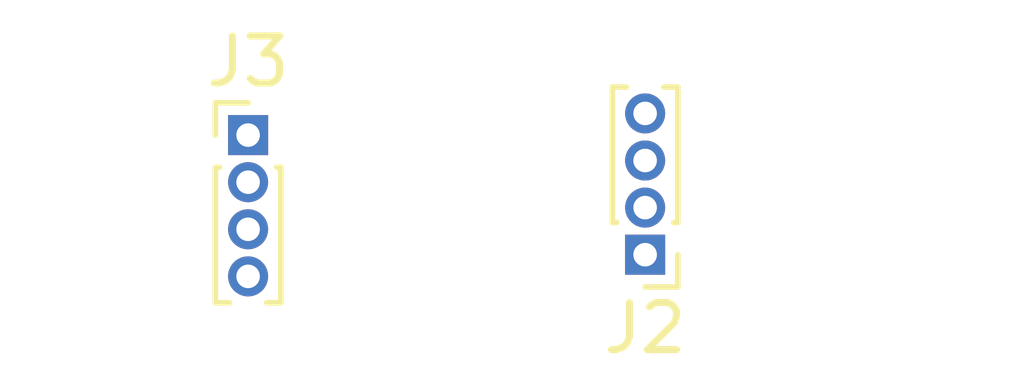
<source format=kicad_pcb>
(kicad_pcb (version 20211014) (generator pcbnew)
  (layers (0 "F.Cu" signal) (31 "B.Cu" signal) (34 "B.Paste" user) (35 "F.Paste" user) (36 "B.SilkS" user "B.Silkscreen") (37 "F.SilkS" user "F.Silkscreen") (38 "B.Mask" user) (39 "F.Mask" user) (44 "Edge.Cuts" user))
  (net 0 "")
  (net 1 "+3V3")
  (net 2 "GND")
  (net 3 "SWDIO{slash}PA13")
  (net 4 "SWCLK{slash}PA14")
  (net 5 "TX{slash}PB6")
  (net 6 "RX{slash}PB7")
  (footprint "Connector_PinHeader_1.00mm:PinHeader_1x04_P1.00mm_Vertical" (layer "F.Cu") (at 45.72 40.64 180)
    (fp_text reference "J2" (at 0 -1.56) (layer "F.SilkS"))
    (fp_text value "Programming Header")
    (fp_line (start 0.608276 0.685) (end 0.695 0.685) (layer "F.SilkS") (width 0.12))
    (fp_line (start 0.695 0.685) (end 0.695 3.56) (layer "F.SilkS") (width 0.12))
    (fp_line (start 0.394493 3.56) (end 0.695 3.56) (layer "F.SilkS") (width 0.12))
    (fp_line (start -0.695 0.685) (end -0.608276 0.685) (layer "F.SilkS") (width 0.12))
    (fp_line (start -0.695 -0.685) (end 0 -0.685) (layer "F.SilkS") (width 0.12))
    (fp_line (start -0.695 3.56) (end -0.394493 3.56) (layer "F.SilkS") (width 0.12))
    (fp_line (start -0.695 0.685) (end -0.695 3.56) (layer "F.SilkS") (width 0.12))
    (fp_line (start -0.695 0) (end -0.695 -0.685) (layer "F.SilkS") (width 0.12))
    (pad "1" thru_hole rect (at 0 0 180) (size 0.85 0.85) (drill 0.5) (layers *.Cu *.Mask) (net 1 "+3V3"))
    (pad "2" thru_hole oval (at 0 1 180) (size 0.85 0.85) (drill 0.5) (layers *.Cu *.Mask) (net 2 "GND"))
    (pad "3" thru_hole oval (at 0 2 180) (size 0.85 0.85) (drill 0.5) (layers *.Cu *.Mask) (net 3 "SWDIO{slash}PA13"))
    (pad "4" thru_hole oval (at 0 3 180) (size 0.85 0.85) (drill 0.5) (layers *.Cu *.Mask) (net 4 "SWCLK{slash}PA14"))
  )
  (footprint "Connector_PinHeader_1.00mm:PinHeader_1x04_P1.00mm_Vertical" (layer "F.Cu") (at 37.29 38.1)
    (fp_text reference "J3" (at 0 -1.56) (layer "F.SilkS"))
    (fp_text value "Serial Header")
    (fp_line (start -0.695 -0.685) (end 0 -0.685) (layer "F.SilkS") (width 0.12))
    (fp_line (start 0.695 0.685) (end 0.695 3.56) (layer "F.SilkS") (width 0.12))
    (fp_line (start -0.695 3.56) (end -0.394493 3.56) (layer "F.SilkS") (width 0.12))
    (fp_line (start -0.695 0.685) (end -0.695 3.56) (layer "F.SilkS") (width 0.12))
    (fp_line (start -0.695 0.685) (end -0.608276 0.685) (layer "F.SilkS") (width 0.12))
    (fp_line (start 0.394493 3.56) (end 0.695 3.56) (layer "F.SilkS") (width 0.12))
    (fp_line (start 0.608276 0.685) (end 0.695 0.685) (layer "F.SilkS") (width 0.12))
    (fp_line (start -0.695 0) (end -0.695 -0.685) (layer "F.SilkS") (width 0.12))
    (pad "1" thru_hole rect (at 0 0) (size 0.85 0.85) (drill 0.5) (layers *.Cu *.Mask) (net 2 "GND"))
    (pad "2" thru_hole oval (at 0 1) (size 0.85 0.85) (drill 0.5) (layers *.Cu *.Mask) (net 5 "TX{slash}PB6"))
    (pad "3" thru_hole oval (at 0 2) (size 0.85 0.85) (drill 0.5) (layers *.Cu *.Mask) (net 6 "RX{slash}PB7"))
    (pad "4" thru_hole oval (at 0 3) (size 0.85 0.85) (drill 0.5) (layers *.Cu *.Mask) (net 1 "+3V3"))
  )
)
</source>
